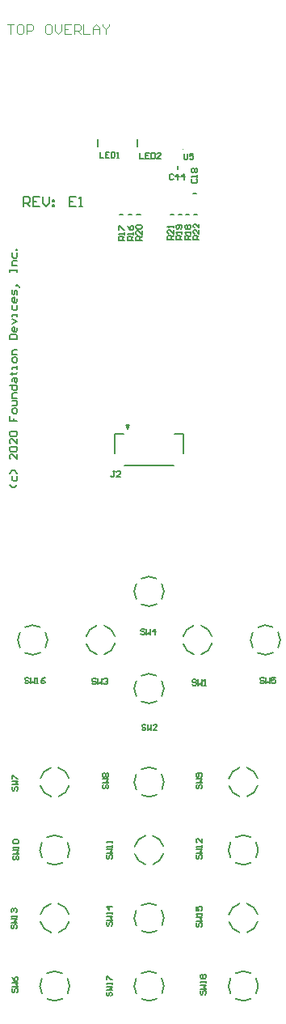
<source format=gto>
G04*
G04 #@! TF.GenerationSoftware,Altium Limited,Altium Designer,21.3.1 (25)*
G04*
G04 Layer_Color=65535*
%FSLAX25Y25*%
%MOIN*%
G70*
G04*
G04 #@! TF.SameCoordinates,17E3FC6B-7FA6-4A94-9312-BAE076C6F9B9*
G04*
G04*
G04 #@! TF.FilePolarity,Positive*
G04*
G01*
G75*
%ADD10C,0.00591*%
%ADD11C,0.00394*%
%ADD12C,0.00787*%
G36*
X515547Y623262D02*
X516236Y624935D01*
X514858D01*
X515547Y623262D01*
D02*
G37*
D10*
X558016Y396965D02*
G03*
X558069Y390760I5184J-3059D01*
G01*
X566368Y399192D02*
G03*
X560163Y399139I-3059J-5184D01*
G01*
X568595Y390840D02*
G03*
X568542Y397045I-5184J3059D01*
G01*
X560243Y388613D02*
G03*
X566448Y388665I3059J5184D01*
G01*
X521343Y388613D02*
G03*
X527548Y388665I3059J5184D01*
G01*
X519116Y396965D02*
G03*
X519169Y390760I5184J-3059D01*
G01*
X527468Y399192D02*
G03*
X521263Y399139I-3059J-5184D01*
G01*
X529695Y390840D02*
G03*
X529642Y397045I-5184J3059D01*
G01*
X481695Y533340D02*
G03*
X481642Y539545I-5184J3059D01*
G01*
X473343Y531113D02*
G03*
X479548Y531165I3059J5184D01*
G01*
X471116Y539465D02*
G03*
X471169Y533260I5184J-3059D01*
G01*
X479468Y541692D02*
G03*
X473263Y541639I-3059J-5184D01*
G01*
X564880Y415997D02*
G03*
X569231Y420421I-1503J5828D01*
G01*
X557400Y420328D02*
G03*
X561825Y415977I5828J1503D01*
G01*
X561731Y427808D02*
G03*
X557380Y423383I1503J-5828D01*
G01*
X569211Y423477D02*
G03*
X564787Y427827I-5828J-1503D01*
G01*
X519116Y424965D02*
G03*
X519169Y418760I5184J-3059D01*
G01*
X527468Y427192D02*
G03*
X521263Y427139I-3059J-5184D01*
G01*
X529695Y418840D02*
G03*
X529642Y425045I-5184J3059D01*
G01*
X521343Y416613D02*
G03*
X527548Y416665I3059J5184D01*
G01*
X487080Y415997D02*
G03*
X491431Y420421I-1503J5828D01*
G01*
X479600Y420328D02*
G03*
X484024Y415977I5828J1503D01*
G01*
X483931Y427808D02*
G03*
X479580Y423383I1503J-5828D01*
G01*
X491411Y423477D02*
G03*
X486987Y427827I-5828J-1503D01*
G01*
X568595Y446840D02*
G03*
X568542Y453045I-5184J3059D01*
G01*
X560243Y444613D02*
G03*
X566448Y444665I3059J5184D01*
G01*
X558016Y452965D02*
G03*
X558069Y446760I5184J-3059D01*
G01*
X566368Y455192D02*
G03*
X560163Y455139I-3059J-5184D01*
G01*
X530311Y451477D02*
G03*
X525887Y455827I-5828J-1503D01*
G01*
X525980Y443997D02*
G03*
X530331Y448421I-1503J5828D01*
G01*
X518500Y448327D02*
G03*
X522925Y443977I5828J1503D01*
G01*
X522831Y455808D02*
G03*
X518480Y451383I1503J-5828D01*
G01*
X490795Y446840D02*
G03*
X490742Y453045I-5184J3059D01*
G01*
X482443Y444613D02*
G03*
X488648Y444665I3059J5184D01*
G01*
X480216Y452965D02*
G03*
X480269Y446760I5184J-3059D01*
G01*
X488568Y455192D02*
G03*
X482363Y455139I-3059J-5184D01*
G01*
X564880Y471997D02*
G03*
X569231Y476421I-1503J5828D01*
G01*
X557400Y476328D02*
G03*
X561825Y471977I5828J1503D01*
G01*
X561731Y483808D02*
G03*
X557380Y479383I1503J-5828D01*
G01*
X569211Y479477D02*
G03*
X564787Y483827I-5828J-1503D01*
G01*
X529695Y474840D02*
G03*
X529642Y481045I-5184J3059D01*
G01*
X521343Y472613D02*
G03*
X527548Y472665I3059J5184D01*
G01*
X519116Y480965D02*
G03*
X519169Y474760I5184J-3059D01*
G01*
X527468Y483192D02*
G03*
X521263Y483139I-3059J-5184D01*
G01*
X491411Y479477D02*
G03*
X486987Y483827I-5828J-1503D01*
G01*
X487080Y471997D02*
G03*
X491431Y476421I-1503J5828D01*
G01*
X479600Y476328D02*
G03*
X484024Y471977I5828J1503D01*
G01*
X483931Y483808D02*
G03*
X479580Y479383I1503J-5828D01*
G01*
X480216Y396965D02*
G03*
X480269Y390760I5184J-3059D01*
G01*
X488568Y399192D02*
G03*
X482363Y399139I-3059J-5184D01*
G01*
X490795Y390840D02*
G03*
X490742Y397045I-5184J3059D01*
G01*
X482443Y388613D02*
G03*
X488648Y388665I3059J5184D01*
G01*
X577726Y533340D02*
G03*
X577674Y539545I-5184J3059D01*
G01*
X569375Y531113D02*
G03*
X575579Y531165I3059J5184D01*
G01*
X567148Y539465D02*
G03*
X567200Y533260I5184J-3059D01*
G01*
X575499Y541692D02*
G03*
X569295Y541639I-3059J-5184D01*
G01*
X521343Y551113D02*
G03*
X527548Y551165I3059J5184D01*
G01*
X519116Y559465D02*
G03*
X519169Y553260I5184J-3059D01*
G01*
X527468Y561692D02*
G03*
X521263Y561639I-3059J-5184D01*
G01*
X529695Y553340D02*
G03*
X529642Y559545I-5184J3059D01*
G01*
X510311Y537977D02*
G03*
X505887Y542327I-5828J-1503D01*
G01*
X505980Y530497D02*
G03*
X510331Y534921I-1503J5828D01*
G01*
X498500Y534828D02*
G03*
X502924Y530477I5828J1503D01*
G01*
X502831Y542308D02*
G03*
X498481Y537883I1503J-5828D01*
G01*
X529695Y513340D02*
G03*
X529642Y519545I-5184J3059D01*
G01*
X521343Y511113D02*
G03*
X527548Y511165I3059J5184D01*
G01*
X519116Y519465D02*
G03*
X519169Y513260I5184J-3059D01*
G01*
X527468Y521692D02*
G03*
X521263Y521639I-3059J-5184D01*
G01*
X550311Y537977D02*
G03*
X545887Y542327I-5828J-1503D01*
G01*
X545980Y530497D02*
G03*
X550331Y534921I-1503J5828D01*
G01*
X538500Y534828D02*
G03*
X542924Y530477I5828J1503D01*
G01*
X542831Y542308D02*
G03*
X538481Y537883I1503J-5828D01*
G01*
X519681Y739479D02*
Y742479D01*
X503181Y739479D02*
Y742479D01*
X510342Y613420D02*
Y621392D01*
X513906D01*
X514169Y608203D02*
X534642D01*
X515547Y623262D02*
X516236Y624935D01*
X514957D02*
X516236D01*
X514957D02*
X515547Y623262D01*
X538470Y613420D02*
Y621392D01*
X534906D02*
X538470D01*
X542614Y720183D02*
X543992D01*
X515843Y711522D02*
X517220D01*
X512299D02*
X513677D01*
X539650Y711446D02*
X541028D01*
X536500D02*
X537878D01*
X519386Y711522D02*
X520764D01*
X533350Y711446D02*
X534728D01*
X542799D02*
X544177D01*
X536138Y730124D02*
Y731502D01*
X469998Y600339D02*
X468948Y599290D01*
X467899D01*
X466849Y600339D01*
X467899Y604012D02*
Y602438D01*
X468424Y601913D01*
X469473D01*
X469998Y602438D01*
Y604012D01*
Y605062D02*
X468948Y606111D01*
X467899D01*
X466849Y605062D01*
X469998Y612933D02*
Y610834D01*
X467899Y612933D01*
X467374D01*
X466849Y612409D01*
Y611359D01*
X467374Y610834D01*
Y613983D02*
X466849Y614508D01*
Y615557D01*
X467374Y616082D01*
X469473D01*
X469998Y615557D01*
Y614508D01*
X469473Y613983D01*
X467374D01*
X469998Y619231D02*
Y617132D01*
X467899Y619231D01*
X467374D01*
X466849Y618706D01*
Y617656D01*
X467374Y617132D01*
Y620280D02*
X466849Y620805D01*
Y621854D01*
X467374Y622379D01*
X469473D01*
X469998Y621854D01*
Y620805D01*
X469473Y620280D01*
X467374D01*
X466849Y628676D02*
Y626577D01*
X468424D01*
Y627627D01*
Y626577D01*
X469998D01*
Y630251D02*
Y631300D01*
X469473Y631825D01*
X468424D01*
X467899Y631300D01*
Y630251D01*
X468424Y629726D01*
X469473D01*
X469998Y630251D01*
X467899Y632874D02*
X469473D01*
X469998Y633399D01*
Y634973D01*
X467899D01*
X469998Y636023D02*
X467899D01*
Y637597D01*
X468424Y638122D01*
X469998D01*
X466849Y641271D02*
X469998D01*
Y639696D01*
X469473Y639172D01*
X468424D01*
X467899Y639696D01*
Y641271D01*
Y642845D02*
Y643895D01*
X468424Y644419D01*
X469998D01*
Y642845D01*
X469473Y642320D01*
X468948Y642845D01*
Y644419D01*
X467374Y645994D02*
X467899D01*
Y645469D01*
Y646518D01*
Y645994D01*
X469473D01*
X469998Y646518D01*
Y648093D02*
Y649142D01*
Y648618D01*
X467899D01*
Y648093D01*
X469998Y651241D02*
Y652291D01*
X469473Y652816D01*
X468424D01*
X467899Y652291D01*
Y651241D01*
X468424Y650716D01*
X469473D01*
X469998Y651241D01*
Y653865D02*
X467899D01*
Y655439D01*
X468424Y655964D01*
X469998D01*
X466849Y660162D02*
X469998D01*
Y661737D01*
X469473Y662261D01*
X467374D01*
X466849Y661737D01*
Y660162D01*
X469998Y664885D02*
Y663836D01*
X469473Y663311D01*
X468424D01*
X467899Y663836D01*
Y664885D01*
X468424Y665410D01*
X468948D01*
Y663311D01*
X467899Y666460D02*
X469998Y667509D01*
X467899Y668559D01*
X469998Y669608D02*
Y670658D01*
Y670133D01*
X467899D01*
Y669608D01*
Y674331D02*
Y672757D01*
X468424Y672232D01*
X469473D01*
X469998Y672757D01*
Y674331D01*
Y676955D02*
Y675905D01*
X469473Y675381D01*
X468424D01*
X467899Y675905D01*
Y676955D01*
X468424Y677480D01*
X468948D01*
Y675381D01*
X469998Y678529D02*
Y680103D01*
X469473Y680628D01*
X468948Y680103D01*
Y679054D01*
X468424Y678529D01*
X467899Y679054D01*
Y680628D01*
X470522Y682202D02*
X469998Y682727D01*
X469473D01*
Y682202D01*
X469998D01*
Y682727D01*
X470522Y682202D01*
X471047Y681678D01*
X466849Y687975D02*
Y689024D01*
Y688500D01*
X469998D01*
Y687975D01*
Y689024D01*
Y690599D02*
X467899D01*
Y692173D01*
X468424Y692698D01*
X469998D01*
X467899Y695846D02*
Y694272D01*
X468424Y693747D01*
X469473D01*
X469998Y694272D01*
Y695846D01*
Y696896D02*
X469473D01*
Y697421D01*
X469998D01*
Y696896D01*
X545851Y391958D02*
X545457Y391565D01*
Y390777D01*
X545851Y390384D01*
X546244D01*
X546638Y390777D01*
Y391565D01*
X547031Y391958D01*
X547425D01*
X547819Y391565D01*
Y390777D01*
X547425Y390384D01*
X545457Y392745D02*
X547819D01*
X547031Y393532D01*
X547819Y394320D01*
X545457D01*
X547819Y395107D02*
Y395894D01*
Y395500D01*
X545457D01*
X545851Y395107D01*
Y397075D02*
X545457Y397468D01*
Y398255D01*
X545851Y398649D01*
X546244D01*
X546638Y398255D01*
X547031Y398649D01*
X547425D01*
X547819Y398255D01*
Y397468D01*
X547425Y397075D01*
X547031D01*
X546638Y397468D01*
X546244Y397075D01*
X545851D01*
X546638Y397468D02*
Y398255D01*
X507169Y391396D02*
X506775Y391003D01*
Y390216D01*
X507169Y389822D01*
X507562D01*
X507956Y390216D01*
Y391003D01*
X508349Y391396D01*
X508743D01*
X509137Y391003D01*
Y390216D01*
X508743Y389822D01*
X506775Y392183D02*
X509137D01*
X508349Y392971D01*
X509137Y393758D01*
X506775D01*
X509137Y394545D02*
Y395332D01*
Y394938D01*
X506775D01*
X507169Y394545D01*
X506775Y396513D02*
Y398087D01*
X507169D01*
X508743Y396513D01*
X509137D01*
X474788Y520501D02*
X474395Y520894D01*
X473607D01*
X473214Y520501D01*
Y520107D01*
X473607Y519713D01*
X474395D01*
X474788Y519320D01*
Y518926D01*
X474395Y518533D01*
X473607D01*
X473214Y518926D01*
X475575Y520894D02*
Y518533D01*
X476363Y519320D01*
X477150Y518533D01*
Y520894D01*
X477937Y518533D02*
X478724D01*
X478330D01*
Y520894D01*
X477937Y520501D01*
X481479Y520894D02*
X480692Y520501D01*
X479905Y519713D01*
Y518926D01*
X480298Y518533D01*
X481085D01*
X481479Y518926D01*
Y519320D01*
X481085Y519713D01*
X479905D01*
X544276Y419911D02*
X543882Y419517D01*
Y418730D01*
X544276Y418337D01*
X544669D01*
X545063Y418730D01*
Y419517D01*
X545457Y419911D01*
X545850D01*
X546244Y419517D01*
Y418730D01*
X545850Y418337D01*
X543882Y420698D02*
X546244D01*
X545457Y421485D01*
X546244Y422272D01*
X543882D01*
X546244Y423060D02*
Y423847D01*
Y423453D01*
X543882D01*
X544276Y423060D01*
X543882Y426602D02*
Y425028D01*
X545063D01*
X544669Y425815D01*
Y426208D01*
X545063Y426602D01*
X545850D01*
X546244Y426208D01*
Y425421D01*
X545850Y425028D01*
X507268Y420305D02*
X506874Y419911D01*
Y419124D01*
X507268Y418730D01*
X507662D01*
X508055Y419124D01*
Y419911D01*
X508449Y420305D01*
X508842D01*
X509236Y419911D01*
Y419124D01*
X508842Y418730D01*
X506874Y421092D02*
X509236D01*
X508449Y421879D01*
X509236Y422666D01*
X506874D01*
X509236Y423453D02*
Y424240D01*
Y423847D01*
X506874D01*
X507268Y423453D01*
X509236Y426602D02*
X506874D01*
X508055Y425421D01*
Y426995D01*
X467898Y419124D02*
X467504Y418730D01*
Y417943D01*
X467898Y417549D01*
X468292D01*
X468685Y417943D01*
Y418730D01*
X469079Y419124D01*
X469472D01*
X469866Y418730D01*
Y417943D01*
X469472Y417549D01*
X467504Y419911D02*
X469866D01*
X469079Y420698D01*
X469866Y421485D01*
X467504D01*
X469866Y422272D02*
Y423059D01*
Y422666D01*
X467504D01*
X467898Y422272D01*
Y424240D02*
X467504Y424634D01*
Y425421D01*
X467898Y425814D01*
X468292D01*
X468685Y425421D01*
Y425027D01*
Y425421D01*
X469079Y425814D01*
X469472D01*
X469866Y425421D01*
Y424634D01*
X469472Y424240D01*
X544276Y447864D02*
X543882Y447470D01*
Y446683D01*
X544276Y446289D01*
X544669D01*
X545063Y446683D01*
Y447470D01*
X545457Y447864D01*
X545850D01*
X546244Y447470D01*
Y446683D01*
X545850Y446289D01*
X543882Y448651D02*
X546244D01*
X545457Y449438D01*
X546244Y450225D01*
X543882D01*
X546244Y451012D02*
Y451799D01*
Y451406D01*
X543882D01*
X544276Y451012D01*
X546244Y454555D02*
Y452980D01*
X544669Y454555D01*
X544276D01*
X543882Y454161D01*
Y453374D01*
X544276Y452980D01*
X507268Y447864D02*
X506874Y447470D01*
Y446683D01*
X507268Y446289D01*
X507662D01*
X508055Y446683D01*
Y447470D01*
X508449Y447864D01*
X508842D01*
X509236Y447470D01*
Y446683D01*
X508842Y446289D01*
X506874Y448651D02*
X509236D01*
X508449Y449438D01*
X509236Y450225D01*
X506874D01*
X509236Y451012D02*
Y451799D01*
Y451406D01*
X506874D01*
X507268Y451012D01*
X509236Y452980D02*
Y453767D01*
Y453374D01*
X506874D01*
X507268Y452980D01*
X468685Y447470D02*
X468292Y447077D01*
Y446289D01*
X468685Y445896D01*
X469079D01*
X469473Y446289D01*
Y447077D01*
X469866Y447470D01*
X470260D01*
X470653Y447077D01*
Y446289D01*
X470260Y445896D01*
X468292Y448257D02*
X470653D01*
X469866Y449044D01*
X470653Y449831D01*
X468292D01*
X470653Y450619D02*
Y451406D01*
Y451012D01*
X468292D01*
X468685Y450619D01*
Y452587D02*
X468292Y452980D01*
Y453767D01*
X468685Y454161D01*
X470260D01*
X470653Y453767D01*
Y452980D01*
X470260Y452587D01*
X468685D01*
X544276Y476800D02*
X543882Y476407D01*
Y475620D01*
X544276Y475226D01*
X544669D01*
X545063Y475620D01*
Y476407D01*
X545457Y476800D01*
X545850D01*
X546244Y476407D01*
Y475620D01*
X545850Y475226D01*
X543882Y477588D02*
X546244D01*
X545457Y478375D01*
X546244Y479162D01*
X543882D01*
X545850Y479949D02*
X546244Y480343D01*
Y481130D01*
X545850Y481523D01*
X544276D01*
X543882Y481130D01*
Y480343D01*
X544276Y479949D01*
X544669D01*
X545063Y480343D01*
Y481523D01*
X505693Y476800D02*
X505300Y476407D01*
Y475620D01*
X505693Y475226D01*
X506087D01*
X506480Y475620D01*
Y476407D01*
X506874Y476800D01*
X507268D01*
X507661Y476407D01*
Y475620D01*
X507268Y475226D01*
X505300Y477588D02*
X507661D01*
X506874Y478375D01*
X507661Y479162D01*
X505300D01*
X505693Y479949D02*
X505300Y480343D01*
Y481130D01*
X505693Y481523D01*
X506087D01*
X506480Y481130D01*
X506874Y481523D01*
X507268D01*
X507661Y481130D01*
Y480343D01*
X507268Y479949D01*
X506874D01*
X506480Y480343D01*
X506087Y479949D01*
X505693D01*
X506480Y480343D02*
Y481130D01*
X468292Y476013D02*
X467898Y475620D01*
Y474832D01*
X468292Y474439D01*
X468685D01*
X469079Y474832D01*
Y475620D01*
X469472Y476013D01*
X469866D01*
X470260Y475620D01*
Y474832D01*
X469866Y474439D01*
X467898Y476800D02*
X470260D01*
X469472Y477587D01*
X470260Y478374D01*
X467898D01*
Y479162D02*
Y480736D01*
X468292D01*
X469866Y479162D01*
X470260D01*
X468292Y392942D02*
X467898Y392549D01*
Y391761D01*
X468292Y391368D01*
X468685D01*
X469079Y391761D01*
Y392549D01*
X469472Y392942D01*
X469866D01*
X470260Y392549D01*
Y391761D01*
X469866Y391368D01*
X467898Y393729D02*
X470260D01*
X469472Y394516D01*
X470260Y395304D01*
X467898D01*
Y397665D02*
X468292Y396878D01*
X469079Y396091D01*
X469866D01*
X470260Y396484D01*
Y397271D01*
X469866Y397665D01*
X469472D01*
X469079Y397271D01*
Y396091D01*
X571835Y520501D02*
X571442Y520894D01*
X570654D01*
X570261Y520501D01*
Y520107D01*
X570654Y519713D01*
X571442D01*
X571835Y519320D01*
Y518926D01*
X571442Y518533D01*
X570654D01*
X570261Y518926D01*
X572622Y520894D02*
Y518533D01*
X573410Y519320D01*
X574197Y518533D01*
Y520894D01*
X576558D02*
X574984D01*
Y519713D01*
X575771Y520107D01*
X576164D01*
X576558Y519713D01*
Y518926D01*
X576164Y518533D01*
X575377D01*
X574984Y518926D01*
X522623Y540579D02*
X522229Y540973D01*
X521442D01*
X521048Y540579D01*
Y540186D01*
X521442Y539792D01*
X522229D01*
X522623Y539398D01*
Y539005D01*
X522229Y538611D01*
X521442D01*
X521048Y539005D01*
X523410Y540973D02*
Y538611D01*
X524197Y539398D01*
X524984Y538611D01*
Y540973D01*
X526952Y538611D02*
Y540973D01*
X525771Y539792D01*
X527346D01*
X502544Y520107D02*
X502150Y520500D01*
X501363D01*
X500970Y520107D01*
Y519713D01*
X501363Y519320D01*
X502150D01*
X502544Y518926D01*
Y518533D01*
X502150Y518139D01*
X501363D01*
X500970Y518533D01*
X503331Y520500D02*
Y518139D01*
X504118Y518926D01*
X504905Y518139D01*
Y520500D01*
X505692Y520107D02*
X506086Y520500D01*
X506873D01*
X507267Y520107D01*
Y519713D01*
X506873Y519320D01*
X506480D01*
X506873D01*
X507267Y518926D01*
Y518533D01*
X506873Y518139D01*
X506086D01*
X505692Y518533D01*
X523016Y501209D02*
X522623Y501603D01*
X521836D01*
X521442Y501209D01*
Y500816D01*
X521836Y500422D01*
X522623D01*
X523016Y500028D01*
Y499635D01*
X522623Y499241D01*
X521836D01*
X521442Y499635D01*
X523803Y501603D02*
Y499241D01*
X524591Y500028D01*
X525378Y499241D01*
Y501603D01*
X527739Y499241D02*
X526165D01*
X527739Y500816D01*
Y501209D01*
X527346Y501603D01*
X526558D01*
X526165Y501209D01*
X543882Y519713D02*
X543489Y520107D01*
X542702D01*
X542308Y519713D01*
Y519319D01*
X542702Y518926D01*
X543489D01*
X543882Y518532D01*
Y518139D01*
X543489Y517745D01*
X542702D01*
X542308Y518139D01*
X544669Y520107D02*
Y517745D01*
X545457Y518532D01*
X546244Y517745D01*
Y520107D01*
X547031Y517745D02*
X547818D01*
X547425D01*
Y520107D01*
X547031Y519713D01*
X538764Y736642D02*
Y734674D01*
X539158Y734281D01*
X539945D01*
X540339Y734674D01*
Y736642D01*
X542700D02*
X541126D01*
Y735461D01*
X541913Y735855D01*
X542307D01*
X542700Y735461D01*
Y734674D01*
X542307Y734281D01*
X541519D01*
X541126Y734674D01*
X534434Y727981D02*
X534040Y728374D01*
X533253D01*
X532859Y727981D01*
Y726406D01*
X533253Y726013D01*
X534040D01*
X534434Y726406D01*
X536402Y726013D02*
Y728374D01*
X535221Y727194D01*
X536795D01*
X538763Y726013D02*
Y728374D01*
X537582Y727194D01*
X539156D01*
X545063Y701406D02*
X542701D01*
Y702587D01*
X543095Y702981D01*
X543882D01*
X544276Y702587D01*
Y701406D01*
Y702193D02*
X545063Y702981D01*
Y705342D02*
Y703768D01*
X543488Y705342D01*
X543095D01*
X542701Y704948D01*
Y704161D01*
X543095Y703768D01*
X545063Y707703D02*
Y706129D01*
X543488Y707703D01*
X543095D01*
X542701Y707310D01*
Y706523D01*
X543095Y706129D01*
X534433Y701406D02*
X532071D01*
Y702587D01*
X532465Y702981D01*
X533252D01*
X533646Y702587D01*
Y701406D01*
Y702193D02*
X534433Y702981D01*
Y705342D02*
Y703768D01*
X532858Y705342D01*
X532465D01*
X532071Y704948D01*
Y704161D01*
X532465Y703768D01*
X534433Y706129D02*
Y706916D01*
Y706523D01*
X532071D01*
X532465Y706129D01*
X521441Y701013D02*
X519079D01*
Y702193D01*
X519473Y702587D01*
X520260D01*
X520653Y702193D01*
Y701013D01*
Y701800D02*
X521441Y702587D01*
Y704948D02*
Y703374D01*
X519866Y704948D01*
X519473D01*
X519079Y704555D01*
Y703767D01*
X519473Y703374D01*
Y705735D02*
X519079Y706129D01*
Y706916D01*
X519473Y707310D01*
X521047D01*
X521441Y706916D01*
Y706129D01*
X521047Y705735D01*
X519473D01*
X537976Y701406D02*
X535615D01*
Y702587D01*
X536008Y702981D01*
X536795D01*
X537189Y702587D01*
Y701406D01*
Y702193D02*
X537976Y702981D01*
Y703768D02*
Y704555D01*
Y704161D01*
X535615D01*
X536008Y703768D01*
X537582Y705735D02*
X537976Y706129D01*
Y706916D01*
X537582Y707310D01*
X536008D01*
X535615Y706916D01*
Y706129D01*
X536008Y705735D01*
X536402D01*
X536795Y706129D01*
Y707310D01*
X541519Y701406D02*
X539158D01*
Y702587D01*
X539551Y702981D01*
X540339D01*
X540732Y702587D01*
Y701406D01*
Y702193D02*
X541519Y702981D01*
Y703768D02*
Y704555D01*
Y704161D01*
X539158D01*
X539551Y703768D01*
Y705735D02*
X539158Y706129D01*
Y706916D01*
X539551Y707310D01*
X539945D01*
X540339Y706916D01*
X540732Y707310D01*
X541126D01*
X541519Y706916D01*
Y706129D01*
X541126Y705735D01*
X540732D01*
X540339Y706129D01*
X539945Y705735D01*
X539551D01*
X540339Y706129D02*
Y706916D01*
X514354Y701013D02*
X511993D01*
Y702193D01*
X512386Y702587D01*
X513173D01*
X513567Y702193D01*
Y701013D01*
Y701800D02*
X514354Y702587D01*
Y703374D02*
Y704161D01*
Y703767D01*
X511993D01*
X512386Y703374D01*
X511993Y705342D02*
Y706916D01*
X512386D01*
X513960Y705342D01*
X514354D01*
X517897Y701013D02*
X515536D01*
Y702193D01*
X515929Y702587D01*
X516717D01*
X517110Y702193D01*
Y701013D01*
Y701800D02*
X517897Y702587D01*
Y703374D02*
Y704161D01*
Y703767D01*
X515536D01*
X515929Y703374D01*
X515536Y706916D02*
X515929Y706129D01*
X516717Y705342D01*
X517504D01*
X517897Y705735D01*
Y706523D01*
X517504Y706916D01*
X517110D01*
X516717Y706523D01*
Y705342D01*
X520655Y737036D02*
Y734674D01*
X522229D01*
X524591Y737036D02*
X523016D01*
Y734674D01*
X524591D01*
X523016Y735855D02*
X523804D01*
X525378Y737036D02*
Y734674D01*
X526559D01*
X526952Y735068D01*
Y736642D01*
X526559Y737036D01*
X525378D01*
X529314Y734674D02*
X527739D01*
X529314Y736249D01*
Y736642D01*
X528920Y737036D01*
X528133D01*
X527739Y736642D01*
X504119Y737430D02*
Y735068D01*
X505694D01*
X508055Y737430D02*
X506481D01*
Y735068D01*
X508055D01*
X506481Y736249D02*
X507268D01*
X508842Y737430D02*
Y735068D01*
X510023D01*
X510417Y735462D01*
Y737036D01*
X510023Y737430D01*
X508842D01*
X511204Y735068D02*
X511991D01*
X511597D01*
Y737430D01*
X511204Y737036D01*
X510229Y605836D02*
X509442D01*
X509836D01*
Y603868D01*
X509442Y603475D01*
X509049D01*
X508655Y603868D01*
X512591Y603475D02*
X511016D01*
X512591Y605049D01*
Y605443D01*
X512197Y605836D01*
X511410D01*
X511016Y605443D01*
X542307Y726210D02*
X541914Y725816D01*
Y725029D01*
X542307Y724636D01*
X543882D01*
X544275Y725029D01*
Y725816D01*
X543882Y726210D01*
X544275Y726997D02*
Y727784D01*
Y727391D01*
X541914D01*
X542307Y726997D01*
Y728965D02*
X541914Y729358D01*
Y730146D01*
X542307Y730539D01*
X542701D01*
X543094Y730146D01*
X543488Y730539D01*
X543882D01*
X544275Y730146D01*
Y729358D01*
X543882Y728965D01*
X543488D01*
X543094Y729358D01*
X542701Y728965D01*
X542307D01*
X543094Y729358D02*
Y730146D01*
D11*
X538602Y738502D02*
G03*
X538602Y738502I-197J0D01*
G01*
X465929Y789791D02*
X468553D01*
X467241D01*
Y785856D01*
X471833Y789791D02*
X470521D01*
X469865Y789136D01*
Y786512D01*
X470521Y785856D01*
X471833D01*
X472489Y786512D01*
Y789136D01*
X471833Y789791D01*
X473801Y785856D02*
Y789791D01*
X475769D01*
X476425Y789136D01*
Y787824D01*
X475769Y787168D01*
X473801D01*
X483640Y789791D02*
X482328D01*
X481672Y789136D01*
Y786512D01*
X482328Y785856D01*
X483640D01*
X484296Y786512D01*
Y789136D01*
X483640Y789791D01*
X485608D02*
Y787168D01*
X486920Y785856D01*
X488232Y787168D01*
Y789791D01*
X492167D02*
X489544D01*
Y785856D01*
X492167D01*
X489544Y787824D02*
X490856D01*
X493479Y785856D02*
Y789791D01*
X495447D01*
X496103Y789136D01*
Y787824D01*
X495447Y787168D01*
X493479D01*
X494791D02*
X496103Y785856D01*
X497415Y789791D02*
Y785856D01*
X500039D01*
X501351D02*
Y788480D01*
X502663Y789791D01*
X503975Y788480D01*
Y785856D01*
Y787824D01*
X501351D01*
X505287Y789791D02*
Y789136D01*
X506599Y787824D01*
X507910Y789136D01*
Y789791D01*
X506599Y787824D02*
Y785856D01*
D12*
X472692Y714989D02*
Y718925D01*
X474659D01*
X475315Y718269D01*
Y716957D01*
X474659Y716301D01*
X472692D01*
X474004D02*
X475315Y714989D01*
X479251Y718925D02*
X476627D01*
Y714989D01*
X479251D01*
X476627Y716957D02*
X477939D01*
X480563Y718925D02*
Y716301D01*
X481875Y714989D01*
X483187Y716301D01*
Y718925D01*
X484499Y717613D02*
X485155D01*
Y716957D01*
X484499D01*
Y717613D01*
Y715645D02*
X485155D01*
Y714989D01*
X484499D01*
Y715645D01*
X494338Y718925D02*
X491714D01*
Y714989D01*
X494338D01*
X491714Y716957D02*
X493026D01*
X495650Y714989D02*
X496962D01*
X496306D01*
Y718925D01*
X495650Y718269D01*
M02*

</source>
